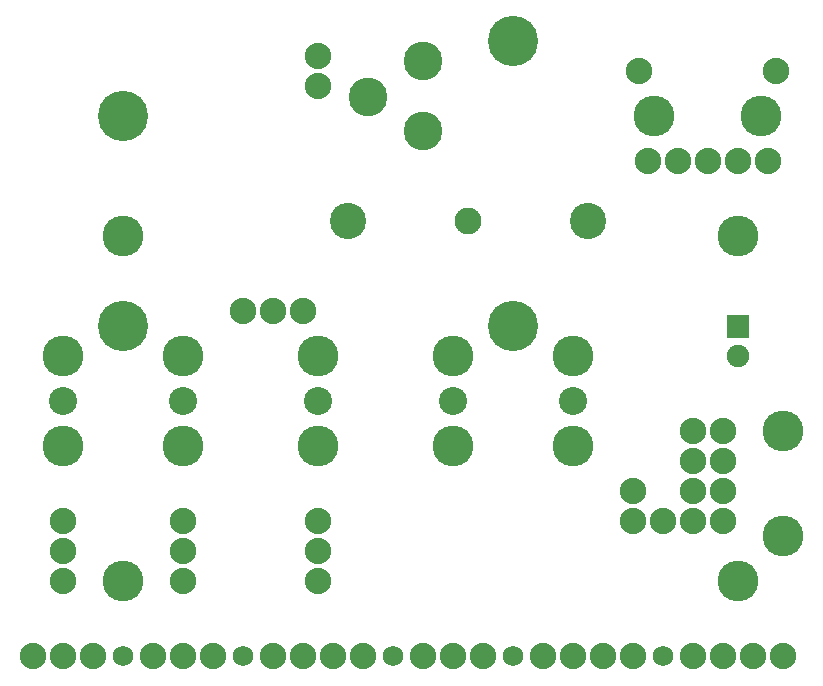
<source format=gts>
G04 MADE WITH FRITZING*
G04 WWW.FRITZING.ORG*
G04 DOUBLE SIDED*
G04 HOLES PLATED*
G04 CONTOUR ON CENTER OF CONTOUR VECTOR*
%ASAXBY*%
%FSLAX23Y23*%
%MOIN*%
%OFA0B0*%
%SFA1.0B1.0*%
%ADD10C,0.075000*%
%ADD11C,0.167480*%
%ADD12C,0.135984*%
%ADD13C,0.069055*%
%ADD14C,0.088000*%
%ADD15C,0.089370*%
%ADD16C,0.120866*%
%ADD17C,0.128740*%
%ADD18C,0.093307*%
%ADD19R,0.001000X0.001000*%
%LNMASK1*%
G90*
G70*
G54D10*
X2428Y1072D03*
X2428Y1172D03*
X2428Y1072D03*
X2428Y1172D03*
G54D11*
X1678Y2122D03*
X378Y1872D03*
X1678Y1172D03*
X378Y1172D03*
G54D12*
X2578Y822D03*
X2150Y1872D03*
X2506Y1872D03*
X378Y1472D03*
X178Y1072D03*
X578Y1072D03*
X178Y772D03*
X578Y772D03*
X1028Y1072D03*
X1028Y772D03*
X1478Y1072D03*
X1478Y772D03*
X1878Y1072D03*
X1878Y772D03*
X2428Y1472D03*
X2428Y322D03*
X378Y322D03*
X2578Y472D03*
G54D13*
X2178Y72D03*
X1678Y72D03*
X1278Y72D03*
X778Y72D03*
X378Y72D03*
G54D14*
X2178Y522D03*
X2078Y622D03*
X2078Y522D03*
X2378Y522D03*
X2378Y622D03*
X2378Y722D03*
X2378Y822D03*
X2278Y522D03*
X2278Y622D03*
X2278Y722D03*
X2278Y822D03*
G54D15*
X1528Y1522D03*
G54D16*
X1128Y1522D03*
X1928Y1522D03*
G54D14*
X2578Y72D03*
X2478Y72D03*
X2378Y72D03*
X2278Y72D03*
X2078Y72D03*
X1978Y72D03*
X1878Y72D03*
X1778Y72D03*
X1178Y72D03*
X1078Y72D03*
X978Y72D03*
X878Y72D03*
X1578Y72D03*
X1478Y72D03*
X1378Y72D03*
X678Y72D03*
X578Y72D03*
X478Y72D03*
X578Y522D03*
X578Y422D03*
X578Y322D03*
X1028Y522D03*
X1028Y422D03*
X1028Y322D03*
X178Y522D03*
X178Y422D03*
X178Y322D03*
X1028Y1972D03*
X1028Y2072D03*
G54D17*
X1194Y1937D03*
X1378Y1822D03*
X1378Y2056D03*
G54D14*
X978Y1222D03*
X878Y1222D03*
X778Y1222D03*
X2528Y1722D03*
X2428Y1722D03*
X2328Y1722D03*
X2228Y1722D03*
X2128Y1722D03*
X2556Y2022D03*
X2100Y2022D03*
X278Y72D03*
X178Y72D03*
X78Y72D03*
G54D18*
X1878Y922D03*
X1478Y922D03*
X1028Y922D03*
X578Y922D03*
X178Y922D03*
G54D19*
X2391Y1209D02*
X2464Y1209D01*
X2391Y1208D02*
X2465Y1208D01*
X2391Y1207D02*
X2465Y1207D01*
X2391Y1206D02*
X2465Y1206D01*
X2391Y1205D02*
X2465Y1205D01*
X2391Y1204D02*
X2465Y1204D01*
X2391Y1203D02*
X2465Y1203D01*
X2391Y1202D02*
X2465Y1202D01*
X2391Y1201D02*
X2465Y1201D01*
X2391Y1200D02*
X2465Y1200D01*
X2391Y1199D02*
X2465Y1199D01*
X2391Y1198D02*
X2465Y1198D01*
X2391Y1197D02*
X2465Y1197D01*
X2391Y1196D02*
X2465Y1196D01*
X2391Y1195D02*
X2465Y1195D01*
X2391Y1194D02*
X2465Y1194D01*
X2391Y1193D02*
X2465Y1193D01*
X2391Y1192D02*
X2465Y1192D01*
X2391Y1191D02*
X2465Y1191D01*
X2391Y1190D02*
X2465Y1190D01*
X2391Y1189D02*
X2465Y1189D01*
X2391Y1188D02*
X2465Y1188D01*
X2391Y1187D02*
X2465Y1187D01*
X2391Y1186D02*
X2465Y1186D01*
X2391Y1185D02*
X2465Y1185D01*
X2391Y1184D02*
X2465Y1184D01*
X2391Y1183D02*
X2465Y1183D01*
X2391Y1182D02*
X2465Y1182D01*
X2391Y1181D02*
X2465Y1181D01*
X2391Y1180D02*
X2423Y1180D01*
X2432Y1180D02*
X2465Y1180D01*
X2391Y1179D02*
X2422Y1179D01*
X2433Y1179D02*
X2465Y1179D01*
X2391Y1178D02*
X2421Y1178D01*
X2434Y1178D02*
X2465Y1178D01*
X2391Y1177D02*
X2420Y1177D01*
X2435Y1177D02*
X2465Y1177D01*
X2391Y1176D02*
X2419Y1176D01*
X2436Y1176D02*
X2465Y1176D01*
X2391Y1175D02*
X2419Y1175D01*
X2436Y1175D02*
X2465Y1175D01*
X2391Y1174D02*
X2418Y1174D01*
X2437Y1174D02*
X2465Y1174D01*
X2391Y1173D02*
X2418Y1173D01*
X2437Y1173D02*
X2465Y1173D01*
X2391Y1172D02*
X2418Y1172D01*
X2437Y1172D02*
X2465Y1172D01*
X2391Y1171D02*
X2418Y1171D01*
X2437Y1171D02*
X2465Y1171D01*
X2391Y1170D02*
X2418Y1170D01*
X2437Y1170D02*
X2465Y1170D01*
X2391Y1169D02*
X2419Y1169D01*
X2436Y1169D02*
X2465Y1169D01*
X2391Y1168D02*
X2419Y1168D01*
X2436Y1168D02*
X2465Y1168D01*
X2391Y1167D02*
X2420Y1167D01*
X2435Y1167D02*
X2465Y1167D01*
X2391Y1166D02*
X2420Y1166D01*
X2435Y1166D02*
X2465Y1166D01*
X2391Y1165D02*
X2421Y1165D01*
X2434Y1165D02*
X2465Y1165D01*
X2391Y1164D02*
X2423Y1164D01*
X2432Y1164D02*
X2465Y1164D01*
X2391Y1163D02*
X2465Y1163D01*
X2391Y1162D02*
X2465Y1162D01*
X2391Y1161D02*
X2465Y1161D01*
X2391Y1160D02*
X2465Y1160D01*
X2391Y1159D02*
X2465Y1159D01*
X2391Y1158D02*
X2465Y1158D01*
X2391Y1157D02*
X2465Y1157D01*
X2391Y1156D02*
X2465Y1156D01*
X2391Y1155D02*
X2465Y1155D01*
X2391Y1154D02*
X2465Y1154D01*
X2391Y1153D02*
X2465Y1153D01*
X2391Y1152D02*
X2465Y1152D01*
X2391Y1151D02*
X2465Y1151D01*
X2391Y1150D02*
X2465Y1150D01*
X2391Y1149D02*
X2465Y1149D01*
X2391Y1148D02*
X2465Y1148D01*
X2391Y1147D02*
X2465Y1147D01*
X2391Y1146D02*
X2465Y1146D01*
X2391Y1145D02*
X2465Y1145D01*
X2391Y1144D02*
X2465Y1144D01*
X2391Y1143D02*
X2465Y1143D01*
X2391Y1142D02*
X2465Y1142D01*
X2391Y1141D02*
X2465Y1141D01*
X2391Y1140D02*
X2465Y1140D01*
X2391Y1139D02*
X2465Y1139D01*
X2391Y1138D02*
X2465Y1138D01*
X2391Y1137D02*
X2465Y1137D01*
X2391Y1136D02*
X2465Y1136D01*
X2391Y1135D02*
X2465Y1135D01*
D02*
G04 End of Mask1*
M02*
</source>
